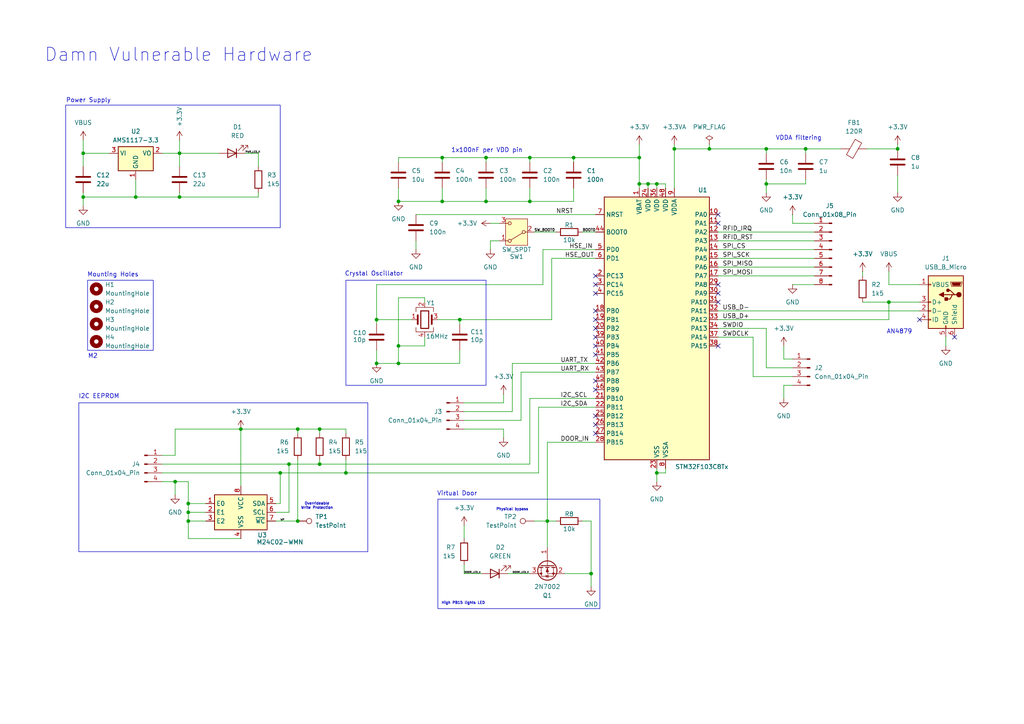
<source format=kicad_sch>
(kicad_sch (version 20250114) (generator "eeschema") (generator_version "9.0")
  (paper "A4")
  (title_block (title "Damn Vulnerable Hardware") (date "2025-11-21") (rev "0.1") (company "EPHEC"))
  (lib_symbols
    (symbol "Connector:Conn_01x04_Pin" (pin_names (offset 1.016) (hide yes))
      (property "Reference" "J" (at 0 5.08 0))
      (property "Value" "Conn_01x04_Pin" (at 0 -7.62 0))
      (symbol "Conn_01x04_Pin_1_1"
        (rectangle (start 0.8636 2.667) (end 0 2.413) (stroke (width 0.1524)) (fill (type outline)))
        (rectangle (start 0.8636 0.127) (end 0 -0.127) (stroke (width 0.1524)) (fill (type outline)))
        (rectangle (start 0.8636 -2.413) (end 0 -2.667) (stroke (width 0.1524)) (fill (type outline)))
        (rectangle (start 0.8636 -4.953) (end 0 -5.207) (stroke (width 0.1524)) (fill (type outline)))
        (polyline (pts (xy 1.27 2.54) (xy 0.8636 2.54)) (stroke (width 0.1524)))
        (polyline (pts (xy 1.27 0) (xy 0.8636 0)) (stroke (width 0.1524)))
        (polyline (pts (xy 1.27 -2.54) (xy 0.8636 -2.54)) (stroke (width 0.1524)))
        (polyline (pts (xy 1.27 -5.08) (xy 0.8636 -5.08)) (stroke (width 0.1524)))
        (pin passive line (at 5.08 2.54 180) (length 3.81) (name "Pin_1") (number "1"))
        (pin passive line (at 5.08 0 180) (length 3.81) (name "Pin_2") (number "2"))
        (pin passive line (at 5.08 -2.54 180) (length 3.81) (name "Pin_3") (number "3"))
        (pin passive line (at 5.08 -5.08 180) (length 3.81) (name "Pin_4") (number "4"))
      )
    )
    (symbol "Connector:Conn_01x08_Pin" (pin_names (offset 1.016) (hide yes))
      (property "Reference" "J" (at 0 10.16 0))
      (property "Value" "Conn_01x08_Pin" (at 0 -12.7 0))
      (symbol "Conn_01x08_Pin_1_1"
        (rectangle (start 0.8636 7.747) (end 0 7.493) (stroke (width 0.1524)) (fill (type outline)))
        (rectangle (start 0.8636 5.207) (end 0 4.953) (stroke (width 0.1524)) (fill (type outline)))
        (rectangle (start 0.8636 2.667) (end 0 2.413) (stroke (width 0.1524)) (fill (type outline)))
        (rectangle (start 0.8636 0.127) (end 0 -0.127) (stroke (width 0.1524)) (fill (type outline)))
        (rectangle (start 0.8636 -2.413) (end 0 -2.667) (stroke (width 0.1524)) (fill (type outline)))
        (rectangle (start 0.8636 -4.953) (end 0 -5.207) (stroke (width 0.1524)) (fill (type outline)))
        (rectangle (start 0.8636 -7.493) (end 0 -7.747) (stroke (width 0.1524)) (fill (type outline)))
        (rectangle (start 0.8636 -10.033) (end 0 -10.287) (stroke (width 0.1524)) (fill (type outline)))
        (polyline (pts (xy 1.27 7.62) (xy 0.8636 7.62)) (stroke (width 0.1524)))
        (polyline (pts (xy 1.27 5.08) (xy 0.8636 5.08)) (stroke (width 0.1524)))
        (polyline (pts (xy 1.27 2.54) (xy 0.8636 2.54)) (stroke (width 0.1524)))
        (polyline (pts (xy 1.27 0) (xy 0.8636 0)) (stroke (width 0.1524)))
        (polyline (pts (xy 1.27 -2.54) (xy 0.8636 -2.54)) (stroke (width 0.1524)))
        (polyline (pts (xy 1.27 -5.08) (xy 0.8636 -5.08)) (stroke (width 0.1524)))
        (polyline (pts (xy 1.27 -7.62) (xy 0.8636 -7.62)) (stroke (width 0.1524)))
        (polyline (pts (xy 1.27 -10.16) (xy 0.8636 -10.16)) (stroke (width 0.1524)))
        (pin passive line (at 5.08 7.62 180) (length 3.81) (name "Pin_1") (number "1"))
        (pin passive line (at 5.08 5.08 180) (length 3.81) (name "Pin_2") (number "2"))
        (pin passive line (at 5.08 2.54 180) (length 3.81) (name "Pin_3") (number "3"))
        (pin passive line (at 5.08 0 180) (length 3.81) (name "Pin_4") (number "4"))
        (pin passive line (at 5.08 -2.54 180) (length 3.81) (name "Pin_5") (number "5"))
        (pin passive line (at 5.08 -5.08 180) (length 3.81) (name "Pin_6") (number "6"))
        (pin passive line (at 5.08 -7.62 180) (length 3.81) (name "Pin_7") (number "7"))
        (pin passive line (at 5.08 -10.16 180) (length 3.81) (name "Pin_8") (number "8"))
      )
    )
    (symbol "Connector:TestPoint" (pin_numbers (hide yes)) (pin_names (offset 0.762) (hide yes))
      (property "Reference" "TP" (at 0 6.858 0))
      (property "Value" "TestPoint" (at 0 5.08 0))
      (symbol "TestPoint_0_1"
        (circle (center 0 3.302) (radius 0.762))
      )
      (symbol "TestPoint_1_1"
        (pin passive line (at 0 0 90) (length 2.54) (name "1") (number "1"))
      )
    )
    (symbol "Connector:USB_B_Micro" (pin_names (offset 1.016))
      (property "Reference" "J" (at -5.08 11.43 0))
      (property "Value" "USB_B_Micro" (at -5.08 8.89 0))
      (symbol "USB_B_Micro_0_1"
        (rectangle (start -5.08 -7.62) (end 5.08 7.62) (stroke (width 0.254)) (fill (type background)))
        (polyline (pts (xy -4.699 5.842) (xy -4.699 5.588) (xy -4.445 4.826) (xy -4.445 4.572) (xy -1.651 4.572) (xy -1.651 4.826) (xy -1.397 5.588) (xy -1.397 5.842) (xy -4.699 5.842)))
        (polyline (pts (xy -4.318 5.588) (xy -1.778 5.588) (xy -2.032 4.826) (xy -4.064 4.826) (xy -4.318 5.588)) (fill (type outline)))
        (circle (center -3.81 2.159) (radius 0.635) (stroke (width 0.254)) (fill (type outline)))
        (polyline (pts (xy -3.175 2.159) (xy -2.54 2.159) (xy -1.27 3.429) (xy -0.635 3.429)) (stroke (width 0.254)))
        (polyline (pts (xy -2.54 2.159) (xy -1.905 2.159) (xy -1.27 0.889) (xy 0 0.889)) (stroke (width 0.254)))
        (polyline (pts (xy -1.905 2.159) (xy 0.635 2.159)) (stroke (width 0.254)))
        (circle (center -0.635 3.429) (radius 0.381) (stroke (width 0.254)) (fill (type outline)))
        (rectangle (start -0.127 -7.62) (end 0.127 -6.858))
        (rectangle (start 0.254 1.27) (end -0.508 0.508) (stroke (width 0.254)) (fill (type outline)))
        (polyline (pts (xy 0.635 2.794) (xy 0.635 1.524) (xy 1.905 2.159) (xy 0.635 2.794)) (stroke (width 0.254)) (fill (type outline)))
        (rectangle (start 5.08 4.953) (end 4.318 5.207))
        (rectangle (start 5.08 -0.127) (end 4.318 0.127))
        (rectangle (start 5.08 -2.667) (end 4.318 -2.413))
        (rectangle (start 5.08 -5.207) (end 4.318 -4.953))
      )
      (symbol "USB_B_Micro_1_1"
        (pin passive line (at -2.54 -10.16 90) (length 2.54) (name "Shield") (number "6"))
        (pin power_out line (at 0 -10.16 90) (length 2.54) (name "GND") (number "5"))
        (pin power_out line (at 7.62 5.08 180) (length 2.54) (name "VBUS") (number "1"))
        (pin bidirectional line (at 7.62 0 180) (length 2.54) (name "D+") (number "3"))
        (pin bidirectional line (at 7.62 -2.54 180) (length 2.54) (name "D-") (number "2"))
        (pin passive line (at 7.62 -5.08 180) (length 2.54) (name "ID") (number "4"))
      )
    )
    (symbol "Device:C" (pin_numbers (hide yes)) (pin_names (offset 0.254))
      (property "Reference" "C" (at 0.635 2.54 0))
      (property "Value" "C" (at 0.635 -2.54 0))
      (symbol "C_0_1"
        (polyline (pts (xy -2.032 0.762) (xy 2.032 0.762)) (stroke (width 0.508)))
        (polyline (pts (xy -2.032 -0.762) (xy 2.032 -0.762)) (stroke (width 0.508)))
      )
      (symbol "C_1_1"
        (pin passive line (at 0 3.81 270) (length 2.794) (name "~") (number "1"))
        (pin passive line (at 0 -3.81 90) (length 2.794) (name "~") (number "2"))
      )
    )
    (symbol "Device:Crystal_GND24" (pin_names (offset 1.016) (hide yes))
      (property "Reference" "Y" (at 3.175 5.08 0))
      (property "Value" "Crystal_GND24" (at 3.175 3.175 0))
      (symbol "Crystal_GND24_0_1"
        (polyline (pts (xy -2.54 2.286) (xy -2.54 3.556) (xy 2.54 3.556) (xy 2.54 2.286)))
        (polyline (pts (xy -2.54 0) (xy -2.032 0)))
        (polyline (pts (xy -2.54 -2.286) (xy -2.54 -3.556) (xy 2.54 -3.556) (xy 2.54 -2.286)))
        (polyline (pts (xy -2.032 -1.27) (xy -2.032 1.27)) (stroke (width 0.508)))
        (rectangle (start -1.143 2.54) (end 1.143 -2.54) (stroke (width 0.3048)))
        (polyline (pts (xy 0 3.556) (xy 0 3.81)))
        (polyline (pts (xy 0 -3.81) (xy 0 -3.556)))
        (polyline (pts (xy 2.032 0) (xy 2.54 0)))
        (polyline (pts (xy 2.032 -1.27) (xy 2.032 1.27)) (stroke (width 0.508)))
      )
      (symbol "Crystal_GND24_1_1"
        (pin passive line (at -3.81 0 0) (length 1.27) (name "1") (number "1"))
        (pin passive line (at 0 5.08 270) (length 1.27) (name "2") (number "2"))
        (pin passive line (at 0 -5.08 90) (length 1.27) (name "4") (number "4"))
        (pin passive line (at 3.81 0 180) (length 1.27) (name "3") (number "3"))
      )
    )
    (symbol "Device:FerriteBead" (pin_numbers (hide yes)) (pin_names (offset 0))
      (property "Reference" "FB" (at -3.81 0.635 90))
      (property "Value" "FerriteBead" (at 3.81 0 90))
      (symbol "FerriteBead_0_1"
        (polyline (pts (xy -2.7686 0.4064) (xy -1.7018 2.2606) (xy 2.7686 -0.3048) (xy 1.6764 -2.159) (xy -2.7686 0.4064)))
        (polyline (pts (xy 0 1.27) (xy 0 1.2954)))
        (polyline (pts (xy 0 -1.27) (xy 0 -1.2192)))
      )
      (symbol "FerriteBead_1_1"
        (pin passive line (at 0 3.81 270) (length 2.54) (name "~") (number "1"))
        (pin passive line (at 0 -3.81 90) (length 2.54) (name "~") (number "2"))
      )
    )
    (symbol "Device:LED" (pin_numbers (hide yes)) (pin_names (offset 1.016) (hide yes))
      (property "Reference" "D" (at 0 2.54 0))
      (property "Value" "LED" (at 0 -2.54 0))
      (symbol "LED_0_1"
        (polyline (pts (xy -3.048 -0.762) (xy -4.572 -2.286) (xy -3.81 -2.286) (xy -4.572 -2.286) (xy -4.572 -1.524)))
        (polyline (pts (xy -1.778 -0.762) (xy -3.302 -2.286) (xy -2.54 -2.286) (xy -3.302 -2.286) (xy -3.302 -1.524)))
        (polyline (pts (xy -1.27 0) (xy 1.27 0)))
        (polyline (pts (xy -1.27 -1.27) (xy -1.27 1.27)) (stroke (width 0.254)))
        (polyline (pts (xy 1.27 -1.27) (xy 1.27 1.27) (xy -1.27 0) (xy 1.27 -1.27)) (stroke (width 0.254)))
      )
      (symbol "LED_1_1"
        (pin passive line (at -3.81 0 0) (length 2.54) (name "K") (number "1"))
        (pin passive line (at 3.81 0 180) (length 2.54) (name "A") (number "2"))
      )
    )
    (symbol "Device:R" (pin_numbers (hide yes)) (pin_names (offset 0))
      (property "Reference" "R" (at 2.032 0 90))
      (property "Value" "R" (at 0 0 90))
      (symbol "R_0_1"
        (rectangle (start -1.016 -2.54) (end 1.016 2.54) (stroke (width 0.254)))
      )
      (symbol "R_1_1"
        (pin passive line (at 0 3.81 270) (length 1.27) (name "~") (number "1"))
        (pin passive line (at 0 -3.81 90) (length 1.27) (name "~") (number "2"))
      )
    )
    (symbol "MCU_ST_STM32F1:STM32F103C8Tx"
      (property "Reference" "U" (at -15.24 39.37 0))
      (property "Value" "STM32F103C8Tx" (at 7.62 39.37 0))
      (symbol "STM32F103C8Tx_0_1"
        (rectangle (start -15.24 -38.1) (end 15.24 38.1) (stroke (width 0.254)) (fill (type background)))
      )
      (symbol "STM32F103C8Tx_1_1"
        (pin input line (at -17.78 33.02 0) (length 2.54) (name "NRST") (number "7"))
        (pin input line (at -17.78 27.94 0) (length 2.54) (name "BOOT0") (number "44"))
        (pin bidirectional line (at -17.78 22.86 0) (length 2.54) (name "PD0") (number "5"))
        (pin bidirectional line (at -17.78 20.32 0) (length 2.54) (name "PD1") (number "6"))
        (pin bidirectional line (at -17.78 15.24 0) (length 2.54) (name "PC13") (number "2"))
        (pin bidirectional line (at -17.78 12.7 0) (length 2.54) (name "PC14") (number "3"))
        (pin bidirectional line (at -17.78 10.16 0) (length 2.54) (name "PC15") (number "4"))
        (pin bidirectional line (at -17.78 5.08 0) (length 2.54) (name "PB0") (number "18"))
        (pin bidirectional line (at -17.78 2.54 0) (length 2.54) (name "PB1") (number "19"))
        (pin bidirectional line (at -17.78 0 0) (length 2.54) (name "PB2") (number "20"))
        (pin bidirectional line (at -17.78 -2.54 0) (length 2.54) (name "PB3") (number "39"))
        (pin bidirectional line (at -17.78 -5.08 0) (length 2.54) (name "PB4") (number "40"))
        (pin bidirectional line (at -17.78 -7.62 0) (length 2.54) (name "PB5") (number "41"))
        (pin bidirectional line (at -17.78 -10.16 0) (length 2.54) (name "PB6") (number "42"))
        (pin bidirectional line (at -17.78 -12.7 0) (length 2.54) (name "PB7") (number "43"))
        (pin bidirectional line (at -17.78 -15.24 0) (length 2.54) (name "PB8") (number "45"))
        (pin bidirectional line (at -17.78 -17.78 0) (length 2.54) (name "PB9") (number "46"))
        (pin bidirectional line (at -17.78 -20.32 0) (length 2.54) (name "PB10") (number "21"))
        (pin bidirectional line (at -17.78 -22.86 0) (length 2.54) (name "PB11") (number "22"))
        (pin bidirectional line (at -17.78 -25.4 0) (length 2.54) (name "PB12") (number "25"))
        (pin bidirectional line (at -17.78 -27.94 0) (length 2.54) (name "PB13") (number "26"))
        (pin bidirectional line (at -17.78 -30.48 0) (length 2.54) (name "PB14") (number "27"))
        (pin bidirectional line (at -17.78 -33.02 0) (length 2.54) (name "PB15") (number "28"))
        (pin power_in line (at -5.08 40.64 270) (length 2.54) (name "VBAT") (number "1"))
        (pin power_in line (at -2.54 40.64 270) (length 2.54) (name "VDD") (number "24"))
        (pin power_in line (at 0 40.64 270) (length 2.54) (name "VDD") (number "36"))
        (pin power_in line (at 0 -40.64 90) (length 2.54) (name "VSS") (number "23"))
        (pin passive line (at 0 -40.64 90) (length 2.54) (hide yes) (name "VSS") (number "35"))
        (pin passive line (at 0 -40.64 90) (length 2.54) (hide yes) (name "VSS") (number "47"))
        (pin power_in line (at 2.54 40.64 270) (length 2.54) (name "VDD") (number "48"))
        (pin power_in line (at 2.54 -40.64 90) (length 2.54) (name "VSSA") (number "8"))
        (pin power_in line (at 5.08 40.64 270) (length 2.54) (name "VDDA") (number "9"))
        (pin bidirectional line (at 17.78 33.02 180) (length 2.54) (name "PA0") (number "10"))
        (pin bidirectional line (at 17.78 30.48 180) (length 2.54) (name "PA1") (number "11"))
        (pin bidirectional line (at 17.78 27.94 180) (length 2.54) (name "PA2") (number "12"))
        (pin bidirectional line (at 17.78 25.4 180) (length 2.54) (name "PA3") (number "13"))
        (pin bidirectional line (at 17.78 22.86 180) (length 2.54) (name "PA4") (number "14"))
        (pin bidirectional line (at 17.78 20.32 180) (length 2.54) (name "PA5") (number "15"))
        (pin bidirectional line (at 17.78 17.78 180) (length 2.54) (name "PA6") (number "16"))
        (pin bidirectional line (at 17.78 15.24 180) (length 2.54) (name "PA7") (number "17"))
        (pin bidirectional line (at 17.78 12.7 180) (length 2.54) (name "PA8") (number "29"))
        (pin bidirectional line (at 17.78 10.16 180) (length 2.54) (name "PA9") (number "30"))
        (pin bidirectional line (at 17.78 7.62 180) (length 2.54) (name "PA10") (number "31"))
        (pin bidirectional line (at 17.78 5.08 180) (length 2.54) (name "PA11") (number "32"))
        (pin bidirectional line (at 17.78 2.54 180) (length 2.54) (name "PA12") (number "33"))
        (pin bidirectional line (at 17.78 0 180) (length 2.54) (name "PA13") (number "34"))
        (pin bidirectional line (at 17.78 -2.54 180) (length 2.54) (name "PA14") (number "37"))
        (pin bidirectional line (at 17.78 -5.08 180) (length 2.54) (name "PA15") (number "38"))
      )
    )
    (symbol "Mechanical:MountingHole" (pin_names (offset 1.016)) (in_bom no)
      (property "Reference" "H" (at 0 5.08 0))
      (property "Value" "MountingHole" (at 0 3.175 0))
      (symbol "MountingHole_0_1"
        (circle (center 0 0) (radius 1.27) (stroke (width 1.27)))
      )
    )
    (symbol "Memory_EEPROM:M24C02-WMN"
      (property "Reference" "U" (at -6.35 6.35 0))
      (property "Value" "M24C02-WMN" (at 7.62 6.35 0))
      (symbol "M24C02-WMN_0_1"
        (rectangle (start -7.62 5.08) (end 7.62 -5.08) (stroke (width 0.254)) (fill (type background)))
      )
      (symbol "M24C02-WMN_1_1"
        (pin input line (at -10.16 2.54 0) (length 2.54) (name "E0") (number "1"))
        (pin input line (at -10.16 0 0) (length 2.54) (name "E1") (number "2"))
        (pin input line (at -10.16 -2.54 0) (length 2.54) (name "E2") (number "3"))
        (pin power_in line (at 0 7.62 270) (length 2.54) (name "VCC") (number "8"))
        (pin power_in line (at 0 -7.62 90) (length 2.54) (name "VSS") (number "4"))
        (pin bidirectional line (at 10.16 2.54 180) (length 2.54) (name "SDA") (number "5"))
        (pin input line (at 10.16 0 180) (length 2.54) (name "SCL") (number "6"))
        (pin input line (at 10.16 -2.54 180) (length 2.54) (name "~{WC}") (number "7"))
      )
    )
    (symbol "Regulator_Linear:AMS1117-3.3"
      (property "Reference" "U" (at -3.81 3.175 0))
      (property "Value" "AMS1117-3.3" (at 0 3.175 0))
      (symbol "AMS1117-3.3_0_1"
        (rectangle (start -5.08 -5.08) (end 5.08 1.905) (stroke (width 0.254)) (fill (type background)))
      )
      (symbol "AMS1117-3.3_1_1"
        (pin power_in line (at -7.62 0 0) (length 2.54) (name "VI") (number "3"))
        (pin power_in line (at 0 -7.62 90) (length 2.54) (name "GND") (number "1"))
        (pin power_out line (at 7.62 0 180) (length 2.54) (name "VO") (number "2"))
      )
    )
    (symbol "Switch:SW_SPDT" (pin_names (offset 0) (hide yes))
      (property "Reference" "SW" (at 0 5.08 0))
      (property "Value" "SW_SPDT" (at 0 -5.08 0))
      (symbol "SW_SPDT_0_1"
        (circle (center -2.032 0) (radius 0.4572))
        (polyline (pts (xy -1.651 0.254) (xy 1.651 2.286)))
        (circle (center 2.032 2.54) (radius 0.4572))
        (circle (center 2.032 -2.54) (radius 0.4572))
      )
      (symbol "SW_SPDT_1_1"
        (rectangle (start -3.175 3.81) (end 3.175 -3.81) (fill (type background)))
        (pin passive line (at -5.08 0 0) (length 2.54) (name "B") (number "2"))
        (pin passive line (at 5.08 2.54 180) (length 2.54) (name "A") (number "1"))
        (pin passive line (at 5.08 -2.54 180) (length 2.54) (name "C") (number "3"))
      )
    )
    (symbol "Transistor_FET:2N7002" (pin_names (offset 0) (hide yes))
      (property "Reference" "Q" (at 5.08 1.905 0))
      (property "Value" "2N7002" (at 5.08 0 0))
      (symbol "2N7002_0_1"
        (polyline (pts (xy 0.254 1.905) (xy 0.254 -1.905)) (stroke (width 0.254)))
        (polyline (pts (xy 0.254 0) (xy -2.54 0)))
        (polyline (pts (xy 0.762 2.286) (xy 0.762 1.27)) (stroke (width 0.254)))
        (polyline (pts (xy 0.762 0.508) (xy 0.762 -0.508)) (stroke (width 0.254)))
        (polyline (pts (xy 0.762 -1.27) (xy 0.762 -2.286)) (stroke (width 0.254)))
        (polyline (pts (xy 0.762 -1.778) (xy 3.302 -1.778) (xy 3.302 1.778) (xy 0.762 1.778)))
        (polyline (pts (xy 1.016 0) (xy 2.032 0.381) (xy 2.032 -0.381) (xy 1.016 0)) (fill (type outline)))
        (circle (center 1.651 0) (radius 2.794) (stroke (width 0.254)))
        (polyline (pts (xy 2.54 2.54) (xy 2.54 1.778)))
        (circle (center 2.54 1.778) (radius 0.254) (fill (type outline)))
        (circle (center 2.54 -1.778) (radius 0.254) (fill (type outline)))
        (polyline (pts (xy 2.54 -2.54) (xy 2.54 0) (xy 0.762 0)))
        (polyline (pts (xy 2.921 0.381) (xy 3.683 0.381)))
        (polyline (pts (xy 3.302 0.381) (xy 2.921 -0.254) (xy 3.683 -0.254) (xy 3.302 0.381)))
      )
      (symbol "2N7002_1_1"
        (pin input line (at -5.08 0 0) (length 2.54) (name "G") (number "1"))
        (pin passive line (at 2.54 5.08 270) (length 2.54) (name "D") (number "3"))
        (pin passive line (at 2.54 -5.08 90) (length 2.54) (name "S") (number "2"))
      )
    )
    (symbol "power:+3.3V" (power) (pin_numbers (hide yes)) (pin_names (offset 0) (hide yes))
      (property "Value" "+3.3V" (at 0 3.556 0))
      (symbol "+3.3V_0_1"
        (polyline (pts (xy -0.762 1.27) (xy 0 2.54)))
        (polyline (pts (xy 0 2.54) (xy 0.762 1.27)))
        (polyline (pts (xy 0 0) (xy 0 2.54)))
      )
      (symbol "+3.3V_1_1"
        (pin power_in line (at 0 0 90) (length 0) (name "~") (number "1"))
      )
    )
    (symbol "power:+3.3VA" (power) (pin_numbers (hide yes)) (pin_names (offset 0) (hide yes))
      (property "Value" "+3.3VA" (at 0 3.556 0))
      (symbol "+3.3VA_0_1"
        (polyline (pts (xy -0.762 1.27) (xy 0 2.54)))
        (polyline (pts (xy 0 2.54) (xy 0.762 1.27)))
        (polyline (pts (xy 0 0) (xy 0 2.54)))
      )
      (symbol "+3.3VA_1_1"
        (pin power_in line (at 0 0 90) (length 0) (name "~") (number "1"))
      )
    )
    (symbol "power:GND" (power) (pin_numbers (hide yes)) (pin_names (offset 0) (hide yes))
      (property "Value" "GND" (at 0 -3.81 0))
      (symbol "GND_0_1"
        (polyline (pts (xy 0 0) (xy 0 -1.27) (xy 1.27 -1.27) (xy 0 -2.54) (xy -1.27 -1.27) (xy 0 -1.27)))
      )
      (symbol "GND_1_1"
        (pin power_in line (at 0 0 270) (length 0) (name "~") (number "1"))
      )
    )
    (symbol "power:PWR_FLAG" (power) (pin_numbers (hide yes)) (pin_names (offset 0) (hide yes))
      (property "Value" "PWR_FLAG" (at 0 3.81 0))
      (symbol "PWR_FLAG_0_0"
        (pin power_out line (at 0 0 90) (length 0) (name "~") (number "1"))
      )
      (symbol "PWR_FLAG_0_1"
        (polyline (pts (xy 0 0) (xy 0 1.27) (xy -1.016 1.905) (xy 0 2.54) (xy 1.016 1.905) (xy 0 1.27)))
      )
    )
    (symbol "power:VBUS" (power) (pin_numbers (hide yes)) (pin_names (offset 0) (hide yes))
      (property "Value" "VBUS" (at 0 3.556 0))
      (symbol "VBUS_0_1"
        (polyline (pts (xy -0.762 1.27) (xy 0 2.54)))
        (polyline (pts (xy 0 2.54) (xy 0.762 1.27)))
        (polyline (pts (xy 0 0) (xy 0 2.54)))
      )
      (symbol "VBUS_1_1"
        (pin power_in line (at 0 0 90) (length 0) (name "~") (number "1"))
      )
    )
  )
  (rectangle (start 19.05 30.48) (end 81.28 66.04))
  (rectangle (start 22.86 116.84) (end 106.68 160.02))
  (rectangle (start 100.33 81.28) (end 140.97 111.76))
  (rectangle (start 127 144.78) (end 173.99 176.53))
  (rectangle (start 25.4 81.28) (end 44.45 101.6))
  (text "Overrideable\nWrite Protection" (at 91.948 146.812 0) (effects (font (size 0.762 0.762))))
  (text "Power Supply" (at 25.654 29.21 0) (effects (font (size 1.27 1.27))))
  (text "Mounting Holes" (at 32.766 79.756 0) (effects (font (size 1.27 1.27))))
  (text "Physical bypass" (at 148.59 147.828 0) (effects (font (size 0.762 0.762))))
  (text "VDDA filtering" (at 231.648 40.132 0) (effects (font (size 1.27 1.27))))
  (text "High PB15 lights LED" (at 134.366 175.006 0) (effects (font (size 0.762 0.762))))
  (text "Crystal Oscillator" (at 108.458 79.502 0) (effects (font (size 1.27 1.27))))
  (text "Damn Vulnerable Hardware" (at 51.816 16.002 0) (effects (font (size 3.81 3.81))))
  (text "Virtual Door" (at 132.588 143.256 0) (effects (font (size 1.27 1.27))))
  (text "I2C EEPROM" (at 28.702 115.062 0) (effects (font (size 1.27 1.27))))
  (text "AN4879" (at 260.858 96.266 0) (effects (font (size 1.27 1.27))))
  (text "M2" (at 26.924 103.378 0) (effects (font (size 1.27 1.27))))
  (text "1x100nF per VDD pin" (at 141.224 43.688 0) (effects (font (size 1.27 1.27))))
  (junction (at 185.42 53.34))
  (junction (at 81.28 137.16))
  (junction (at 257.81 87.63))
  (junction (at 69.85 124.46))
  (junction (at 54.61 146.05))
  (junction (at 222.25 43.18))
  (junction (at 109.22 92.71))
  (junction (at 185.42 45.72))
  (junction (at 171.45 166.37))
  (junction (at 52.07 57.15))
  (junction (at 187.96 53.34))
  (junction (at 140.97 58.42))
  (junction (at 54.61 151.13))
  (junction (at 115.57 105.41))
  (junction (at 50.8 139.7))
  (junction (at 115.57 58.42))
  (junction (at 24.13 44.45))
  (junction (at 153.67 45.72))
  (junction (at 260.35 43.18))
  (junction (at 39.37 57.15))
  (junction (at 158.75 151.13))
  (junction (at 100.33 137.16))
  (junction (at 115.57 100.33))
  (junction (at 140.97 45.72))
  (junction (at 222.25 53.34))
  (junction (at 128.27 58.42))
  (junction (at 195.58 43.18))
  (junction (at 133.35 92.71))
  (junction (at 153.67 58.42))
  (junction (at 83.82 134.62))
  (junction (at 190.5 53.34))
  (junction (at 128.27 45.72))
  (junction (at 190.5 137.16))
  (junction (at 54.61 148.59))
  (junction (at 109.22 105.41))
  (junction (at 86.36 124.46))
  (junction (at 166.37 45.72))
  (junction (at 24.13 57.15))
  (junction (at 52.07 44.45))
  (junction (at 92.71 124.46))
  (junction (at 92.71 134.62))
  (junction (at 205.74 43.18))
  (junction (at 233.68 43.18))
  (junction (at 86.36 151.13))
  (no_connect (at 172.72 120.65))
  (no_connect (at 266.7 92.71))
  (no_connect (at 172.72 97.79))
  (no_connect (at 172.72 100.33))
  (no_connect (at 208.28 62.23))
  (no_connect (at 172.72 80.01))
  (no_connect (at 172.72 113.03))
  (no_connect (at 208.28 100.33))
  (no_connect (at 208.28 64.77))
  (no_connect (at 208.28 87.63))
  (no_connect (at 208.28 82.55))
  (no_connect (at 172.72 125.73))
  (no_connect (at 208.28 85.09))
  (no_connect (at 172.72 95.25))
  (no_connect (at 172.72 90.17))
  (no_connect (at 276.86 97.79))
  (no_connect (at 172.72 82.55))
  (no_connect (at 172.72 123.19))
  (no_connect (at 172.72 85.09))
  (no_connect (at 172.72 110.49))
  (no_connect (at 172.72 92.71))
  (no_connect (at 172.72 102.87))
  (wire (pts (xy 227.33 115.57) (xy 227.33 111.76)))
  (wire (pts (xy 39.37 52.07) (xy 39.37 57.15)))
  (wire (pts (xy 128.27 46.99) (xy 128.27 45.72)))
  (wire (pts (xy 109.22 92.71) (xy 109.22 93.98)))
  (wire (pts (xy 115.57 45.72) (xy 128.27 45.72)))
  (wire (pts (xy 52.07 57.15) (xy 52.07 55.88)))
  (wire (pts (xy 153.67 45.72) (xy 140.97 45.72)))
  (wire (pts (xy 115.57 54.61) (xy 115.57 58.42)))
  (wire (pts (xy 208.28 74.93) (xy 236.22 74.93)))
  (wire (pts (xy 69.85 156.21) (xy 54.61 156.21)))
  (wire (pts (xy 208.28 95.25) (xy 222.25 95.25)))
  (wire (pts (xy 222.25 53.34) (xy 222.25 55.88)))
  (wire (pts (xy 158.75 151.13) (xy 158.75 158.75)))
  (wire (pts (xy 46.99 132.08) (xy 50.8 132.08)))
  (wire (pts (xy 158.75 128.27) (xy 172.72 128.27)))
  (wire (pts (xy 168.91 151.13) (xy 171.45 151.13)))
  (wire (pts (xy 208.28 90.17) (xy 266.7 90.17)))
  (wire (pts (xy 69.85 124.46) (xy 69.85 140.97)))
  (wire (pts (xy 250.19 80.01) (xy 250.19 78.74)))
  (wire (pts (xy 109.22 92.71) (xy 119.38 92.71)))
  (wire (pts (xy 251.46 43.18) (xy 260.35 43.18)))
  (wire (pts (xy 54.61 151.13) (xy 54.61 148.59)))
  (wire (pts (xy 128.27 58.42) (xy 128.27 54.61)))
  (wire (pts (xy 233.68 53.34) (xy 233.68 52.07)))
  (wire (pts (xy 222.25 53.34) (xy 233.68 53.34)))
  (wire (pts (xy 156.21 118.11) (xy 172.72 118.11)))
  (wire (pts (xy 229.87 64.77) (xy 236.22 64.77)))
  (wire (pts (xy 208.28 69.85) (xy 236.22 69.85)))
  (wire (pts (xy 222.25 95.25) (xy 222.25 106.68)))
  (wire (pts (xy 120.65 62.23) (xy 172.72 62.23)))
  (wire (pts (xy 260.35 50.8) (xy 260.35 55.88)))
  (wire (pts (xy 190.5 137.16) (xy 193.04 137.16)))
  (wire (pts (xy 257.81 92.71) (xy 208.28 92.71)))
  (wire (pts (xy 151.13 107.95) (xy 151.13 121.92)))
  (wire (pts (xy 208.28 97.79) (xy 218.44 97.79)))
  (wire (pts (xy 158.75 128.27) (xy 158.75 151.13)))
  (wire (pts (xy 185.42 41.91) (xy 185.42 45.72)))
  (wire (pts (xy 218.44 109.22) (xy 229.87 109.22)))
  (wire (pts (xy 115.57 105.41) (xy 133.35 105.41)))
  (wire (pts (xy 250.19 87.63) (xy 257.81 87.63)))
  (wire (pts (xy 257.81 87.63) (xy 257.81 92.71)))
  (wire (pts (xy 46.99 137.16) (xy 81.28 137.16)))
  (wire (pts (xy 80.01 146.05) (xy 81.28 146.05)))
  (wire (pts (xy 171.45 151.13) (xy 171.45 166.37)))
  (wire (pts (xy 109.22 82.55) (xy 157.48 82.55)))
  (wire (pts (xy 185.42 45.72) (xy 185.42 53.34)))
  (wire (pts (xy 134.62 119.38) (xy 148.59 119.38)))
  (wire (pts (xy 222.25 106.68) (xy 229.87 106.68)))
  (wire (pts (xy 74.93 55.88) (xy 74.93 57.15)))
  (wire (pts (xy 54.61 148.59) (xy 54.61 146.05)))
  (wire (pts (xy 115.57 86.36) (xy 115.57 100.33)))
  (wire (pts (xy 74.93 44.45) (xy 74.93 48.26)))
  (wire (pts (xy 185.42 53.34) (xy 185.42 54.61)))
  (wire (pts (xy 134.62 124.46) (xy 146.05 124.46)))
  (wire (pts (xy 46.99 44.45) (xy 52.07 44.45)))
  (wire (pts (xy 123.19 87.63) (xy 123.19 86.36)))
  (wire (pts (xy 168.91 67.31) (xy 172.72 67.31)))
  (wire (pts (xy 166.37 46.99) (xy 166.37 45.72)))
  (wire (pts (xy 134.62 163.83) (xy 134.62 166.37)))
  (wire (pts (xy 187.96 53.34) (xy 187.96 54.61)))
  (wire (pts (xy 233.68 43.18) (xy 243.84 43.18)))
  (wire (pts (xy 146.05 116.84) (xy 146.05 114.3)))
  (wire (pts (xy 139.7 166.37) (xy 134.62 166.37)))
  (wire (pts (xy 109.22 92.71) (xy 109.22 82.55)))
  (wire (pts (xy 134.62 116.84) (xy 146.05 116.84)))
  (wire (pts (xy 274.32 97.79) (xy 274.32 100.33)))
  (wire (pts (xy 71.12 44.45) (xy 74.93 44.45)))
  (wire (pts (xy 134.62 121.92) (xy 151.13 121.92)))
  (wire (pts (xy 157.48 72.39) (xy 172.72 72.39)))
  (wire (pts (xy 208.28 67.31) (xy 236.22 67.31)))
  (wire (pts (xy 260.35 43.18) (xy 260.35 41.91)))
  (wire (pts (xy 153.67 58.42) (xy 153.67 54.61)))
  (wire (pts (xy 81.28 137.16) (xy 100.33 137.16)))
  (wire (pts (xy 195.58 43.18) (xy 195.58 54.61)))
  (wire (pts (xy 218.44 97.79) (xy 218.44 109.22)))
  (wire (pts (xy 100.33 137.16) (xy 156.21 137.16)))
  (wire (pts (xy 24.13 57.15) (xy 39.37 57.15)))
  (wire (pts (xy 142.24 69.85) (xy 142.24 72.39)))
  (wire (pts (xy 146.05 124.46) (xy 146.05 127)))
  (wire (pts (xy 120.65 69.85) (xy 120.65 72.39)))
  (wire (pts (xy 166.37 45.72) (xy 153.67 45.72)))
  (wire (pts (xy 54.61 156.21) (xy 54.61 151.13)))
  (wire (pts (xy 193.04 53.34) (xy 193.04 54.61)))
  (wire (pts (xy 133.35 92.71) (xy 160.02 92.71)))
  (wire (pts (xy 140.97 45.72) (xy 128.27 45.72)))
  (wire (pts (xy 123.19 86.36) (xy 115.57 86.36)))
  (wire (pts (xy 148.59 105.41) (xy 172.72 105.41)))
  (wire (pts (xy 74.93 57.15) (xy 52.07 57.15)))
  (wire (pts (xy 222.25 43.18) (xy 205.74 43.18)))
  (wire (pts (xy 193.04 135.89) (xy 193.04 137.16)))
  (wire (pts (xy 24.13 57.15) (xy 24.13 59.69)))
  (wire (pts (xy 52.07 44.45) (xy 63.5 44.45)))
  (wire (pts (xy 153.67 115.57) (xy 172.72 115.57)))
  (wire (pts (xy 208.28 77.47) (xy 236.22 77.47)))
  (wire (pts (xy 190.5 135.89) (xy 190.5 137.16)))
  (wire (pts (xy 153.67 134.62) (xy 153.67 115.57)))
  (wire (pts (xy 123.19 100.33) (xy 123.19 97.79)))
  (wire (pts (xy 227.33 100.33) (xy 227.33 104.14)))
  (wire (pts (xy 140.97 58.42) (xy 140.97 54.61)))
  (wire (pts (xy 172.72 74.93) (xy 160.02 74.93)))
  (wire (pts (xy 86.36 124.46) (xy 92.71 124.46)))
  (wire (pts (xy 171.45 166.37) (xy 163.83 166.37)))
  (wire (pts (xy 147.32 166.37) (xy 153.67 166.37)))
  (wire (pts (xy 69.85 124.46) (xy 50.8 124.46)))
  (wire (pts (xy 185.42 45.72) (xy 166.37 45.72)))
  (wire (pts (xy 24.13 55.88) (xy 24.13 57.15)))
  (wire (pts (xy 86.36 124.46) (xy 86.36 125.73)))
  (wire (pts (xy 172.72 107.95) (xy 151.13 107.95)))
  (wire (pts (xy 39.37 57.15) (xy 52.07 57.15)))
  (wire (pts (xy 229.87 62.23) (xy 229.87 64.77)))
  (wire (pts (xy 134.62 152.4) (xy 134.62 156.21)))
  (wire (pts (xy 222.25 52.07) (xy 222.25 53.34)))
  (wire (pts (xy 205.74 41.91) (xy 205.74 43.18)))
  (wire (pts (xy 208.28 80.01) (xy 236.22 80.01)))
  (wire (pts (xy 144.78 69.85) (xy 142.24 69.85)))
  (wire (pts (xy 185.42 53.34) (xy 187.96 53.34)))
  (wire (pts (xy 100.33 133.35) (xy 100.33 137.16)))
  (wire (pts (xy 128.27 58.42) (xy 140.97 58.42)))
  (wire (pts (xy 257.81 82.55) (xy 266.7 82.55)))
  (wire (pts (xy 140.97 46.99) (xy 140.97 45.72)))
  (wire (pts (xy 50.8 139.7) (xy 54.61 139.7)))
  (wire (pts (xy 52.07 44.45) (xy 52.07 48.26)))
  (wire (pts (xy 187.96 53.34) (xy 190.5 53.34)))
  (wire (pts (xy 227.33 104.14) (xy 229.87 104.14)))
  (wire (pts (xy 161.29 67.31) (xy 154.94 67.31)))
  (wire (pts (xy 54.61 151.13) (xy 59.69 151.13)))
  (wire (pts (xy 142.24 64.77) (xy 144.78 64.77)))
  (wire (pts (xy 156.21 137.16) (xy 156.21 118.11)))
  (wire (pts (xy 153.67 58.42) (xy 166.37 58.42)))
  (wire (pts (xy 24.13 44.45) (xy 31.75 44.45)))
  (wire (pts (xy 50.8 132.08) (xy 50.8 124.46)))
  (wire (pts (xy 190.5 53.34) (xy 190.5 54.61)))
  (wire (pts (xy 115.57 58.42) (xy 128.27 58.42)))
  (wire (pts (xy 148.59 105.41) (xy 148.59 119.38)))
  (wire (pts (xy 160.02 74.93) (xy 160.02 92.71)))
  (wire (pts (xy 115.57 100.33) (xy 115.57 105.41)))
  (wire (pts (xy 227.33 111.76) (xy 229.87 111.76)))
  (wire (pts (xy 24.13 48.26) (xy 24.13 44.45)))
  (wire (pts (xy 100.33 124.46) (xy 92.71 124.46)))
  (wire (pts (xy 52.07 40.64) (xy 52.07 44.45)))
  (wire (pts (xy 266.7 87.63) (xy 257.81 87.63)))
  (wire (pts (xy 195.58 41.91) (xy 195.58 43.18)))
  (wire (pts (xy 208.28 72.39) (xy 236.22 72.39)))
  (wire (pts (xy 171.45 170.18) (xy 171.45 166.37)))
  (wire (pts (xy 133.35 93.98) (xy 133.35 92.71)))
  (wire (pts (xy 83.82 134.62) (xy 92.71 134.62)))
  (wire (pts (xy 115.57 100.33) (xy 123.19 100.33)))
  (wire (pts (xy 229.87 82.55) (xy 236.22 82.55)))
  (wire (pts (xy 54.61 146.05) (xy 54.61 139.7)))
  (wire (pts (xy 140.97 58.42) (xy 153.67 58.42)))
  (wire (pts (xy 257.81 78.74) (xy 257.81 82.55)))
  (wire (pts (xy 92.71 133.35) (xy 92.71 134.62)))
  (wire (pts (xy 154.94 151.13) (xy 158.75 151.13)))
  (wire (pts (xy 222.25 43.18) (xy 233.68 43.18)))
  (wire (pts (xy 69.85 124.46) (xy 86.36 124.46)))
  (wire (pts (xy 166.37 58.42) (xy 166.37 54.61)))
  (wire (pts (xy 92.71 125.73) (xy 92.71 124.46)))
  (wire (pts (xy 115.57 46.99) (xy 115.57 45.72)))
  (wire (pts (xy 190.5 53.34) (xy 193.04 53.34)))
  (wire (pts (xy 133.35 101.6) (xy 133.35 105.41)))
  (wire (pts (xy 153.67 46.99) (xy 153.67 45.72)))
  (wire (pts (xy 109.22 105.41) (xy 115.57 105.41)))
  (wire (pts (xy 161.29 151.13) (xy 158.75 151.13)))
  (wire (pts (xy 54.61 146.05) (xy 59.69 146.05)))
  (wire (pts (xy 190.5 137.16) (xy 190.5 139.7)))
  (wire (pts (xy 80.01 151.13) (xy 86.36 151.13)))
  (wire (pts (xy 50.8 139.7) (xy 50.8 143.51)))
  (wire (pts (xy 205.74 43.18) (xy 195.58 43.18)))
  (wire (pts (xy 83.82 148.59) (xy 83.82 134.62)))
  (wire (pts (xy 54.61 148.59) (xy 59.69 148.59)))
  (wire (pts (xy 109.22 101.6) (xy 109.22 105.41)))
  (wire (pts (xy 222.25 44.45) (xy 222.25 43.18)))
  (wire (pts (xy 24.13 40.64) (xy 24.13 44.45)))
  (wire (pts (xy 46.99 134.62) (xy 83.82 134.62)))
  (wire (pts (xy 86.36 133.35) (xy 86.36 151.13)))
  (wire (pts (xy 127 92.71) (xy 133.35 92.71)))
  (wire (pts (xy 80.01 148.59) (xy 83.82 148.59)))
  (wire (pts (xy 46.99 139.7) (xy 50.8 139.7)))
  (wire (pts (xy 157.48 82.55) (xy 157.48 72.39)))
  (wire (pts (xy 81.28 146.05) (xy 81.28 137.16)))
  (wire (pts (xy 100.33 125.73) (xy 100.33 124.46)))
  (wire (pts (xy 233.68 43.18) (xy 233.68 44.45)))
  (wire (pts (xy 92.71 134.62) (xy 153.67 134.62)))
  (label "SWDCLK" (at 209.55 97.79 0))
  (label "SW_BOOT0" (at 154.94 67.31 0) (effects (font (size 0.762 0.762))))
  (label "UART_TX" (at 162.56 105.41 0))
  (label "SPI_MOSI" (at 209.55 80.01 0))
  (label "USB_D-" (at 209.55 90.17 0))
  (label "USB_D+" (at 209.55 92.71 0))
  (label "SPI_MISO" (at 209.55 77.47 0))
  (label "NRST" (at 161.29 62.23 0))
  (label "HSE_IN" (at 165.1 72.39 0))
  (label "BOOT0" (at 168.91 67.31 0) (effects (font (size 0.762 0.762))))
  (label "PWR_LED_K" (at 71.12 44.45 0) (effects (font (size 0.508 0.508))))
  (label "I2C_SCL" (at 162.56 115.57 0))
  (label "WP" (at 81.28 151.13 0) (effects (font (size 0.508 0.508))))
  (label "SPI_SCK" (at 209.55 74.93 0))
  (label "DOOR_IN" (at 162.56 128.27 0))
  (label "I2C_SDA" (at 162.56 118.11 0))
  (label "UART_RX" (at 162.56 107.95 0))
  (label "RFID_IRQ" (at 209.55 67.31 0))
  (label "RFID_RST" (at 209.55 69.85 0))
  (label "DOOR_LED_A" (at 134.62 166.37 0) (effects (font (size 0.508 0.508))))
  (label "SPI_CS" (at 209.55 72.39 0))
  (label "DOOR_LED_K" (at 148.59 166.37 0) (effects (font (size 0.508 0.508))))
  (label "HSE_OUT" (at 163.83 74.93 0))
  (label "SWDIO" (at 209.55 95.25 0))
  (symbol (lib_id "power:GND") (at 229.87 82.55 0) (unit 1)
    (property "Reference" "#PWR024" (effects (hide yes)))
    (property "Value" "GND" (at 229.87 87.63 0))
    (property "Description" "Power symbol creates a global label with name \"GND\" , ground" (effects (hide yes)))
  )
  (symbol (lib_id "power:VBUS") (at 257.81 78.74 0) (unit 1)
    (property "Reference" "#PWR012" (effects (hide yes)))
    (property "Value" "VBUS" (at 257.81 73.66 0))
    (property "Description" "Power symbol creates a global label with name \"VBUS\"" (effects (hide yes)))
  )
  (symbol (lib_id "Device:R") (at 134.62 160.02 0) (mirror x) (unit 1)
    (property "Reference" "R7" (at 132.08 158.7499 0) (effects (justify right)))
    (property "Value" "1k5" (at 132.08 161.2899 0) (effects (justify right)))
    (property "Footprint" "Resistor_SMD:R_0402_1005Metric" (effects (hide yes)))
    (property "Description" "Resistor" (effects (hide yes)))
  )
  (symbol (lib_id "power:GND") (at 260.35 55.88 0) (unit 1)
    (property "Reference" "#PWR07" (effects (hide yes)))
    (property "Value" "GND" (at 260.35 60.96 0))
    (property "Description" "Power symbol creates a global label with name \"GND\" , ground" (effects (hide yes)))
  )
  (symbol (lib_id "Device:LED") (at 143.51 166.37 180) (unit 1)
    (property "Reference" "D2" (at 145.0975 158.75 0))
    (property "Value" "GREEN" (at 145.0975 161.29 0))
    (property "Footprint" "LED_SMD:LED_0603_1608Metric" (effects (hide yes)))
    (property "Description" "Light emitting diode" (effects (hide yes)))
    (property "Sim.Pins" "1=K 2=A" (effects (hide yes)))
  )
  (symbol (lib_id "Regulator_Linear:AMS1117-3.3") (at 39.37 44.45 0) (unit 1)
    (property "Reference" "U2" (at 39.37 38.1 0))
    (property "Value" "AMS1117-3.3" (at 39.37 40.64 0))
    (property "Footprint" "Package_TO_SOT_SMD:SOT-223-3_TabPin2" (effects (hide yes)))
    (property "Datasheet" "http://www.advanced-monolithic.com/pdf/ds1117.pdf" (effects (hide yes)))
    (property "Description" "1A Low Dropout regulator, positive, 3.3V fixed output, SOT-223" (effects (hide yes)))
  )
  (symbol (lib_id "Device:R") (at 165.1 67.31 90) (unit 1)
    (property "Reference" "R1" (at 165.1 65.278 90))
    (property "Value" "10k" (at 165.1 69.596 90))
    (property "Footprint" "Resistor_SMD:R_0402_1005Metric" (effects (hide yes)))
    (property "Description" "Resistor" (effects (hide yes)))
  )
  (symbol (lib_id "power:GND") (at 274.32 100.33 0) (unit 1)
    (property "Reference" "#PWR013" (effects (hide yes)))
    (property "Value" "GND" (at 274.32 105.41 0))
    (property "Description" "Power symbol creates a global label with name \"GND\" , ground" (effects (hide yes)))
  )
  (symbol (lib_id "Device:C") (at 222.25 48.26 0) (unit 1)
    (property "Reference" "C6" (at 226.06 46.9899 0) (effects (justify left)))
    (property "Value" "10n" (at 226.06 49.5299 0) (effects (justify left)))
    (property "Footprint" "Capacitor_SMD:C_0402_1005Metric" (effects (hide yes)))
    (property "Description" "Unpolarized capacitor" (effects (hide yes)))
  )
  (symbol (lib_id "power:+3.3V") (at 146.05 114.3 0) (unit 1)
    (property "Reference" "#PWR021" (effects (hide yes)))
    (property "Value" "+3.3V" (at 146.05 109.22 0))
    (property "Description" "Power symbol creates a global label with name \"+3.3V\"" (effects (hide yes)))
  )
  (symbol (lib_id "Transistor_FET:2N7002") (at 158.75 163.83 90) (mirror x) (unit 1)
    (property "Reference" "Q1" (at 158.75 172.72 90))
    (property "Value" "2N7002" (at 158.75 170.18 90))
    (property "Footprint" "Package_TO_SOT_SMD:SOT-23" (effects (hide yes)))
    (property "Datasheet" "https://www.onsemi.com/pub/Collateral/NDS7002A-D.PDF" (effects (hide yes)))
    (property "Description" "0.115A Id, 60V Vds, N-Channel MOSFET, SOT-23" (effects (hide yes)))
  )
  (symbol (lib_id "power:+3.3V") (at 69.85 124.46 0) (unit 1)
    (property "Reference" "#PWR022" (effects (hide yes)))
    (property "Value" "+3.3V" (at 69.85 119.38 0))
    (property "Description" "Power symbol creates a global label with name \"+3.3V\"" (effects (hide yes)))
  )
  (symbol (lib_id "power:+3.3V") (at 185.42 41.91 0) (unit 1)
    (property "Reference" "#PWR02" (effects (hide yes)))
    (property "Value" "+3.3V" (at 185.42 36.83 0))
    (property "Description" "Power symbol creates a global label with name \"+3.3V\"" (effects (hide yes)))
  )
  (symbol (lib_id "Device:C") (at 153.67 50.8 0) (unit 1)
    (property "Reference" "C2" (at 157.48 49.5299 0) (effects (justify left)))
    (property "Value" "100n" (at 157.48 52.0699 0) (effects (justify left)))
    (property "Footprint" "Capacitor_SMD:C_0402_1005Metric" (effects (hide yes)))
    (property "Description" "Unpolarized capacitor" (effects (hide yes)))
  )
  (symbol (lib_id "Connector:TestPoint") (at 154.94 151.13 90) (unit 1)
    (property "Reference" "TP2" (at 149.86 149.8599 90) (effects (justify left)))
    (property "Value" "TestPoint" (at 149.86 152.3999 90) (effects (justify left)))
    (property "Footprint" "Connector_PinSocket_2.54mm:PinSocket_1x01_P2.54mm_Vertical" (effects (hide yes)))
    (property "Description" "test point" (effects (hide yes)))
  )
  (symbol (lib_id "Device:C") (at 24.13 52.07 0) (unit 1)
    (property "Reference" "C12" (at 27.94 50.7999 0) (effects (justify left)))
    (property "Value" "22u" (at 27.94 53.3399 0) (effects (justify left)))
    (property "Footprint" "Capacitor_SMD:C_0805_2012Metric" (effects (hide yes)))
    (property "Description" "Unpolarized capacitor" (effects (hide yes)))
  )
  (symbol (lib_id "Device:C") (at 120.65 66.04 0) (unit 1)
    (property "Reference" "C9" (at 124.46 64.7699 0) (effects (justify left)))
    (property "Value" "100n" (at 124.46 67.3099 0) (effects (justify left)))
    (property "Footprint" "Capacitor_SMD:C_0402_1005Metric" (effects (hide yes)))
    (property "Description" "Unpolarized capacitor" (effects (hide yes)))
  )
  (symbol (lib_id "Connector:Conn_01x08_Pin") (at 241.3 72.39 0) (mirror y) (unit 1)
    (property "Reference" "J5" (at 240.665 59.69 0))
    (property "Value" "Conn_01x08_Pin" (at 240.665 62.23 0))
    (property "Footprint" "Connector_PinHeader_2.54mm:PinHeader_1x08_P2.54mm_Vertical" (effects (hide yes)))
    (property "Description" "Generic connector, single row, 01x08, script generated" (effects (hide yes)))
  )
  (symbol (lib_id "Device:C") (at 115.57 50.8 0) (unit 1)
    (property "Reference" "C5" (at 119.38 49.5299 0) (effects (justify left)))
    (property "Value" "10u" (at 119.38 52.0699 0) (effects (justify left)))
    (property "Footprint" "Capacitor_SMD:C_0603_1608Metric" (effects (hide yes)))
    (property "Description" "Unpolarized capacitor" (effects (hide yes)))
  )
  (symbol (lib_id "Device:Crystal_GND24") (at 123.19 92.71 0) (unit 1)
    (property "Reference" "Y1" (at 124.968 87.884 0))
    (property "Value" "16MHz" (at 126.746 97.536 0))
    (property "Footprint" "Crystal:Crystal_SMD_3225-4Pin_3.2x2.5mm" (effects (hide yes)))
    (property "Description" "Four pin crystal, GND on pins 2 and 4" (effects (hide yes)))
  )
  (symbol (lib_id "Connector:USB_B_Micro") (at 274.32 87.63 0) (mirror y) (unit 1)
    (property "Reference" "J1" (at 274.32 74.93 0))
    (property "Value" "USB_B_Micro" (at 274.32 77.47 0))
    (property "Footprint" "Connector_USB:USB_Micro-B_Amphenol_10118194-0001LF_Horizontal" (effects (hide yes)))
    (property "Description" "USB Micro Type B connector" (effects (hide yes)))
  )
  (symbol (lib_id "Device:R") (at 165.1 151.13 90) (unit 1)
    (property "Reference" "R8" (at 165.1 149.098 90))
    (property "Value" "10k" (at 165.1 153.416 90))
    (property "Footprint" "Resistor_SMD:R_0402_1005Metric" (effects (hide yes)))
    (property "Description" "Resistor" (effects (hide yes)))
  )
  (symbol (lib_id "MCU_ST_STM32F1:STM32F103C8Tx") (at 190.5 95.25 0) (unit 1)
    (property "Reference" "U1" (at 202.438 55.118 0) (effects (justify left)))
    (property "Value" "STM32F103C8Tx" (at 195.834 135.382 0) (effects (justify left)))
    (property "Footprint" "Package_QFP:LQFP-48_7x7mm_P0.5mm" (effects (hide yes)))
    (property "Datasheet" "https://www.st.com/resource/en/datasheet/stm32f103c8.pdf" (effects (hide yes)))
    (property "Description" "STMicroelectronics Arm Cortex-M3 MCU, 64KB flash, 20KB RAM, 72 MHz, 2.0-3.6V, 37 GPIO, LQFP48" (effects (hide yes)))
  )
  (symbol (lib_id "power:+3.3V") (at 142.24 64.77 90) (unit 1)
    (property "Reference" "#PWR010" (effects (hide yes)))
    (property "Value" "+3.3V" (at 138.43 64.7699 90) (effects (justify left)))
    (property "Description" "Power symbol creates a global label with name \"+3.3V\"" (effects (hide yes)))
  )
  (symbol (lib_id "Device:R") (at 86.36 129.54 0) (mirror y) (unit 1)
    (property "Reference" "R6" (at 83.82 128.2699 0) (effects (justify left)))
    (property "Value" "1k5" (at 83.82 130.8099 0) (effects (justify left)))
    (property "Footprint" "Resistor_SMD:R_0402_1005Metric" (effects (hide yes)))
    (property "Description" "Resistor" (effects (hide yes)))
  )
  (symbol (lib_id "Device:FerriteBead") (at 247.65 43.18 270) (unit 1)
    (property "Reference" "FB1" (at 247.7008 35.56 90))
    (property "Value" "120R" (at 247.7008 38.1 90))
    (property "Footprint" "Inductor_SMD:L_0603_1608Metric" (effects (hide yes)))
    (property "Description" "Ferrite bead" (effects (hide yes)))
  )
  (symbol (lib_id "power:VBUS") (at 24.13 40.64 0) (unit 1)
    (property "Reference" "#PWR018" (effects (hide yes)))
    (property "Value" "VBUS" (at 24.13 35.56 0))
    (property "Description" "Power symbol creates a global label with name \"VBUS\"" (effects (hide yes)))
  )
  (symbol (lib_id "power:GND") (at 222.25 55.88 0) (unit 1)
    (property "Reference" "#PWR05" (effects (hide yes)))
    (property "Value" "GND" (at 222.25 60.96 0))
    (property "Description" "Power symbol creates a global label with name \"GND\" , ground" (effects (hide yes)))
  )
  (symbol (lib_id "power:+3.3V") (at 52.07 40.64 0) (unit 1)
    (property "Reference" "#PWR019" (effects (hide yes)))
    (property "Value" "+3.3V" (at 52.0701 36.83 90) (effects (justify left)))
    (property "Description" "Power symbol creates a global label with name \"+3.3V\"" (effects (hide yes)))
  )
  (symbol (lib_id "Device:C") (at 109.22 97.79 0) (unit 1)
    (property "Reference" "C10" (at 102.362 96.52 0) (effects (justify left)))
    (property "Value" "10p" (at 102.362 98.552 0) (effects (justify left)))
    (property "Footprint" "Capacitor_SMD:C_0402_1005Metric" (effects (hide yes)))
    (property "Description" "Unpolarized capacitor" (effects (hide yes)))
  )
  (symbol (lib_id "power:+3.3V") (at 134.62 152.4 0) (unit 1)
    (property "Reference" "#PWR027" (effects (hide yes)))
    (property "Value" "+3.3V" (at 134.62 147.32 0))
    (property "Description" "Power symbol creates a global label with name \"+3.3V\"" (effects (hide yes)))
  )
  (symbol (lib_id "Mechanical:MountingHole") (at 27.94 83.82 0) (unit 1) (in_bom no)
    (property "Reference" "H1" (at 30.48 82.5499 0) (effects (justify left)))
    (property "Value" "MountingHole" (at 30.48 85.0899 0) (effects (justify left)))
    (property "Footprint" "MountingHole:MountingHole_2.2mm_M2" (effects (hide yes)))
    (property "Description" "Mounting Hole without connection" (effects (hide yes)))
  )
  (symbol (lib_id "Connector:TestPoint") (at 86.36 151.13 270) (mirror x) (unit 1)
    (property "Reference" "TP1" (at 91.44 149.8599 90) (effects (justify left)))
    (property "Value" "TestPoint" (at 91.44 152.3999 90) (effects (justify left)))
    (property "Footprint" "Connector_PinSocket_2.54mm:PinSocket_1x01_P2.54mm_Vertical" (effects (hide yes)))
    (property "Description" "test point" (effects (hide yes)))
  )
  (symbol (lib_id "Device:C") (at 52.07 52.07 0) (unit 1)
    (property "Reference" "C13" (at 55.88 50.7999 0) (effects (justify left)))
    (property "Value" "22u" (at 55.88 53.3399 0) (effects (justify left)))
    (property "Footprint" "Capacitor_SMD:C_0805_2012Metric" (effects (hide yes)))
    (property "Description" "Unpolarized capacitor" (effects (hide yes)))
  )
  (symbol (lib_id "Mechanical:MountingHole") (at 27.94 93.98 0) (unit 1) (in_bom no)
    (property "Reference" "H3" (at 30.48 92.7099 0) (effects (justify left)))
    (property "Value" "MountingHole" (at 30.48 95.2499 0) (effects (justify left)))
    (property "Footprint" "MountingHole:MountingHole_2.2mm_M2" (effects (hide yes)))
    (property "Description" "Mounting Hole without connection" (effects (hide yes)))
  )
  (symbol (lib_id "power:GND") (at 109.22 105.41 0) (unit 1)
    (property "Reference" "#PWR011" (effects (hide yes)))
    (property "Value" "GND" (at 109.22 110.49 0))
    (property "Description" "Power symbol creates a global label with name \"GND\" , ground" (effects (hide yes)))
  )
  (symbol (lib_id "Device:C") (at 140.97 50.8 0) (unit 1)
    (property "Reference" "C3" (at 144.78 49.5299 0) (effects (justify left)))
    (property "Value" "100n" (at 144.78 52.0699 0) (effects (justify left)))
    (property "Footprint" "Capacitor_SMD:C_0402_1005Metric" (effects (hide yes)))
    (property "Description" "Unpolarized capacitor" (effects (hide yes)))
  )
  (symbol (lib_id "power:GND") (at 146.05 127 0) (unit 1)
    (property "Reference" "#PWR020" (effects (hide yes)))
    (property "Value" "GND" (at 146.05 132.08 0))
    (property "Description" "Power symbol creates a global label with name \"GND\" , ground" (effects (hide yes)))
  )
  (symbol (lib_id "power:+3.3V") (at 250.19 78.74 0) (unit 1)
    (property "Reference" "#PWR014" (effects (hide yes)))
    (property "Value" "+3.3V" (at 250.19 73.66 0))
    (property "Description" "Power symbol creates a global label with name \"+3.3V\"" (effects (hide yes)))
  )
  (symbol (lib_id "power:+3.3V") (at 229.87 62.23 0) (unit 1)
    (property "Reference" "#PWR025" (effects (hide yes)))
    (property "Value" "+3.3V" (at 229.87 57.15 0))
    (property "Description" "Power symbol creates a global label with name \"+3.3V\"" (effects (hide yes)))
  )
  (symbol (lib_id "power:GND") (at 142.24 72.39 0) (unit 1)
    (property "Reference" "#PWR09" (effects (hide yes)))
    (property "Value" "GND" (at 142.24 77.47 0))
    (property "Description" "Power symbol creates a global label with name \"GND\" , ground" (effects (hide yes)))
  )
  (symbol (lib_id "Device:LED") (at 67.31 44.45 180) (unit 1)
    (property "Reference" "D1" (at 68.8975 36.83 0))
    (property "Value" "RED" (at 68.8975 39.37 0))
    (property "Footprint" "LED_SMD:LED_0603_1608Metric" (effects (hide yes)))
    (property "Description" "Light emitting diode" (effects (hide yes)))
    (property "Sim.Pins" "1=K 2=A" (effects (hide yes)))
  )
  (symbol (lib_id "Device:C") (at 233.68 48.26 0) (unit 1)
    (property "Reference" "C7" (at 237.49 46.9899 0) (effects (justify left)))
    (property "Value" "1u" (at 237.49 49.5299 0) (effects (justify left)))
    (property "Footprint" "Capacitor_SMD:C_0402_1005Metric" (effects (hide yes)))
    (property "Description" "Unpolarized capacitor" (effects (hide yes)))
  )
  (symbol (lib_id "power:GND") (at 227.33 115.57 0) (unit 1)
    (property "Reference" "#PWR016" (effects (hide yes)))
    (property "Value" "GND" (at 227.33 120.65 0))
    (property "Description" "Power symbol creates a global label with name \"GND\" , ground" (effects (hide yes)))
  )
  (symbol (lib_id "Connector:Conn_01x04_Pin") (at 234.95 106.68 0) (mirror y) (unit 1)
    (property "Reference" "J2" (at 236.22 106.6799 0) (effects (justify right)))
    (property "Value" "Conn_01x04_Pin" (at 236.22 109.2199 0) (effects (justify right)))
    (property "Footprint" "Connector_PinHeader_2.54mm:PinHeader_1x04_P2.54mm_Vertical" (effects (hide yes)))
    (property "Description" "Generic connector, single row, 01x04, script generated" (effects (hide yes)))
  )
  (symbol (lib_id "Device:R") (at 74.93 52.07 0) (unit 1)
    (property "Reference" "R3" (at 77.47 50.7999 0) (effects (justify left)))
    (property "Value" "1k5" (at 77.47 53.3399 0) (effects (justify left)))
    (property "Footprint" "Resistor_SMD:R_0402_1005Metric" (effects (hide yes)))
    (property "Description" "Resistor" (effects (hide yes)))
  )
  (symbol (lib_id "power:GND") (at 50.8 143.51 0) (unit 1)
    (property "Reference" "#PWR023" (effects (hide yes)))
    (property "Value" "GND" (at 50.8 148.59 0))
    (property "Description" "Power symbol creates a global label with name \"GND\" , ground" (effects (hide yes)))
  )
  (symbol (lib_id "Device:R") (at 100.33 129.54 0) (unit 1)
    (property "Reference" "R5" (at 102.87 128.2699 0) (effects (justify left)))
    (property "Value" "1k5" (at 102.87 130.8099 0) (effects (justify left)))
    (property "Footprint" "Resistor_SMD:R_0402_1005Metric" (effects (hide yes)))
    (property "Description" "Resistor" (effects (hide yes)))
  )
  (symbol (lib_id "power:GND") (at 190.5 139.7 0) (unit 1)
    (property "Reference" "#PWR01" (effects (hide yes)))
    (property "Value" "GND" (at 190.5 144.78 0))
    (property "Description" "Power symbol creates a global label with name \"GND\" , ground" (effects (hide yes)))
  )
  (symbol (lib_id "Device:C") (at 260.35 46.99 0) (unit 1)
    (property "Reference" "C8" (at 264.16 45.7199 0) (effects (justify left)))
    (property "Value" "1u" (at 264.16 48.2599 0) (effects (justify left)))
    (property "Footprint" "Capacitor_SMD:C_0402_1005Metric" (effects (hide yes)))
    (property "Description" "Unpolarized capacitor" (effects (hide yes)))
  )
  (symbol (lib_id "power:+3.3VA") (at 195.58 41.91 0) (unit 1)
    (property "Reference" "#PWR04" (effects (hide yes)))
    (property "Value" "+3.3VA" (at 195.58 36.83 0))
    (property "Description" "Power symbol creates a global label with name \"+3.3VA\"" (effects (hide yes)))
  )
  (symbol (lib_id "power:GND") (at 120.65 72.39 0) (unit 1)
    (property "Reference" "#PWR08" (effects (hide yes)))
    (property "Value" "GND" (at 120.65 77.47 0))
    (property "Description" "Power symbol creates a global label with name \"GND\" , ground" (effects (hide yes)))
  )
  (symbol (lib_id "Connector:Conn_01x04_Pin") (at 129.54 119.38 0) (unit 1)
    (property "Reference" "J3" (at 128.27 119.3799 0) (effects (justify right)))
    (property "Value" "Conn_01x04_Pin" (at 128.27 121.9199 0) (effects (justify right)))
    (property "Footprint" "Connector_PinHeader_2.54mm:PinHeader_1x04_P2.54mm_Vertical" (effects (hide yes)))
    (property "Description" "Generic connector, single row, 01x04, script generated" (effects (hide yes)))
  )
  (symbol (lib_id "Device:R") (at 250.19 83.82 0) (unit 1)
    (property "Reference" "R2" (at 252.73 82.5499 0) (effects (justify left)))
    (property "Value" "1k5" (at 252.73 85.0899 0) (effects (justify left)))
    (property "Footprint" "Resistor_SMD:R_0402_1005Metric" (effects (hide yes)))
    (property "Description" "Resistor" (effects (hide yes)))
  )
  (symbol (lib_id "power:+3.3V") (at 260.35 41.91 0) (unit 1)
    (property "Reference" "#PWR06" (effects (hide yes)))
    (property "Value" "+3.3V" (at 260.35 36.83 0))
    (property "Description" "Power symbol creates a global label with name \"+3.3V\"" (effects (hide yes)))
  )
  (symbol (lib_id "Memory_EEPROM:M24C02-WMN") (at 69.85 148.59 0) (unit 1)
    (property "Reference" "U3" (at 74.676 155.194 0) (effects (justify left)))
    (property "Value" "M24C02-WMN" (at 74.422 157.226 0) (effects (justify left)))
    (property "Footprint" "Package_SO:SOIC-8_3.9x4.9mm_P1.27mm" (effects (hide yes)))
    (property "Datasheet" "http://www.st.com/content/ccc/resource/technical/document/datasheet/b0/d8/50/40/5a/85/49/6f/DM00071904.pdf/files/DM00071904.pdf/jcr:content/translations/en.DM00071904.pdf" (effects (hide yes)))
    (property "Description" "2Kb (256x8) I2C Serial EEPROM, 2.5-5.5V, SOIC-8" (effects (hide yes)))
  )
  (symbol (lib_id "Switch:SW_SPDT") (at 149.86 67.31 180) (unit 1)
    (property "Reference" "SW1" (at 149.86 74.422 0))
    (property "Value" "SW_SPDT" (at 149.86 72.39 0))
    (property "Footprint" "Button_Switch_SMD:SW_SPDT_CK_JS102011SAQN" (effects (hide yes)))
    (property "Description" "Switch, single pole double throw" (effects (hide yes)))
  )
  (symbol (lib_id "power:GND") (at 24.13 59.69 0) (unit 1)
    (property "Reference" "#PWR017" (effects (hide yes)))
    (property "Value" "GND" (at 24.13 64.77 0))
    (property "Description" "Power symbol creates a global label with name \"GND\" , ground" (effects (hide yes)))
  )
  (symbol (lib_id "power:+3.3V") (at 227.33 100.33 0) (unit 1)
    (property "Reference" "#PWR015" (effects (hide yes)))
    (property "Value" "+3.3V" (at 227.33 95.25 0))
    (property "Description" "Power symbol creates a global label with name \"+3.3V\"" (effects (hide yes)))
  )
  (symbol (lib_id "Device:C") (at 166.37 50.8 0) (unit 1)
    (property "Reference" "C1" (at 170.18 49.5299 0) (effects (justify left)))
    (property "Value" "100n" (at 170.18 52.0699 0) (effects (justify left)))
    (property "Footprint" "Capacitor_SMD:C_0402_1005Metric" (effects (hide yes)))
    (property "Description" "Unpolarized capacitor" (effects (hide yes)))
  )
  (symbol (lib_id "Device:R") (at 92.71 129.54 0) (unit 1)
    (property "Reference" "R4" (at 95.25 128.2699 0) (effects (justify left)))
    (property "Value" "1k5" (at 95.25 130.8099 0) (effects (justify left)))
    (property "Footprint" "Resistor_SMD:R_0402_1005Metric" (effects (hide yes)))
    (property "Description" "Resistor" (effects (hide yes)))
  )
  (symbol (lib_id "Mechanical:MountingHole") (at 27.94 99.06 0) (unit 1) (in_bom no)
    (property "Reference" "H4" (at 30.48 97.7899 0) (effects (justify left)))
    (property "Value" "MountingHole" (at 30.48 100.3299 0) (effects (justify left)))
    (property "Footprint" "MountingHole:MountingHole_2.2mm_M2" (effects (hide yes)))
    (property "Description" "Mounting Hole without connection" (effects (hide yes)))
  )
  (symbol (lib_id "Device:C") (at 133.35 97.79 0) (unit 1)
    (property "Reference" "C11" (at 136.398 96.266 0) (effects (justify left)))
    (property "Value" "10p" (at 136.398 98.552 0) (effects (justify left)))
    (property "Footprint" "Capacitor_SMD:C_0402_1005Metric" (effects (hide yes)))
    (property "Description" "Unpolarized capacitor" (effects (hide yes)))
  )
  (symbol (lib_id "power:GND") (at 115.57 58.42 0) (unit 1)
    (property "Reference" "#PWR03" (effects (hide yes)))
    (property "Value" "GND" (at 115.57 63.5 0))
    (property "Description" "Power symbol creates a global label with name \"GND\" , ground" (effects (hide yes)))
  )
  (symbol (lib_id "power:GND") (at 171.45 170.18 0) (unit 1)
    (property "Reference" "#PWR026" (effects (hide yes)))
    (property "Value" "GND" (at 171.45 175.26 0))
    (property "Description" "Power symbol creates a global label with name \"GND\" , ground" (effects (hide yes)))
  )
  (symbol (lib_id "power:PWR_FLAG") (at 205.74 41.91 0) (unit 1)
    (property "Reference" "#FLG01" (effects (hide yes)))
    (property "Value" "PWR_FLAG" (at 205.74 36.83 0))
    (property "Description" "Special symbol for telling ERC where power comes from" (effects (hide yes)))
  )
  (symbol (lib_id "Mechanical:MountingHole") (at 27.94 88.9 0) (unit 1) (in_bom no)
    (property "Reference" "H2" (at 30.48 87.6299 0) (effects (justify left)))
    (property "Value" "MountingHole" (at 30.48 90.1699 0) (effects (justify left)))
    (property "Footprint" "MountingHole:MountingHole_2.2mm_M2" (effects (hide yes)))
    (property "Description" "Mounting Hole without connection" (effects (hide yes)))
  )
  (symbol (lib_id "Connector:Conn_01x04_Pin") (at 41.91 134.62 0) (unit 1)
    (property "Reference" "J4" (at 40.64 134.6199 0) (effects (justify right)))
    (property "Value" "Conn_01x04_Pin" (at 40.64 137.1599 0) (effects (justify right)))
    (property "Footprint" "Connector_PinHeader_2.54mm:PinHeader_1x04_P2.54mm_Vertical" (effects (hide yes)))
    (property "Description" "Generic connector, single row, 01x04, script generated" (effects (hide yes)))
  )
  (symbol (lib_id "Device:C") (at 128.27 50.8 0) (unit 1)
    (property "Reference" "C4" (at 132.08 49.5299 0) (effects (justify left)))
    (property "Value" "100n" (at 132.08 52.0699 0) (effects (justify left)))
    (property "Footprint" "Capacitor_SMD:C_0402_1005Metric" (effects (hide yes)))
    (property "Description" "Unpolarized capacitor" (effects (hide yes)))
  )
)
</source>
